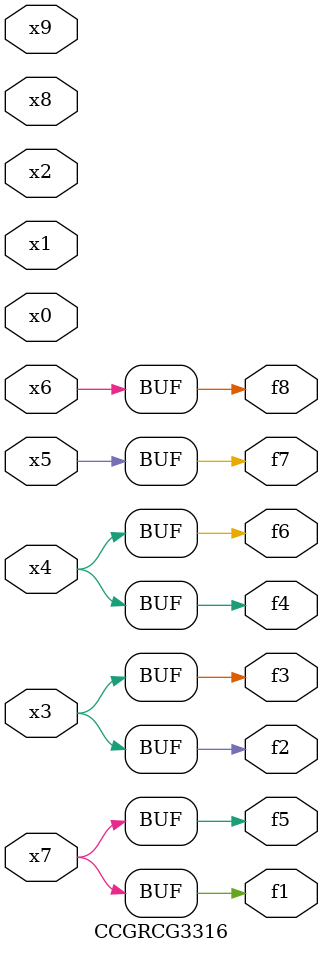
<source format=v>
module CCGRCG3316(
	input x0, x1, x2, x3, x4, x5, x6, x7, x8, x9,
	output f1, f2, f3, f4, f5, f6, f7, f8
);
	assign f1 = x7;
	assign f2 = x3;
	assign f3 = x3;
	assign f4 = x4;
	assign f5 = x7;
	assign f6 = x4;
	assign f7 = x5;
	assign f8 = x6;
endmodule

</source>
